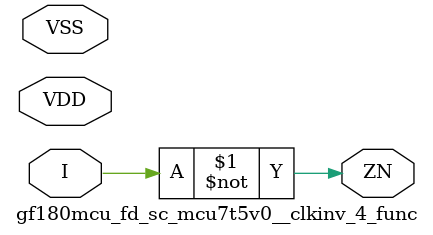
<source format=v>

module gf180mcu_fd_sc_mcu7t5v0__clkinv_4_func( I, ZN, VDD, VSS );
input I;
inout VDD, VSS;
output ZN;

	not MGM_BG_0( ZN, I );

endmodule

</source>
